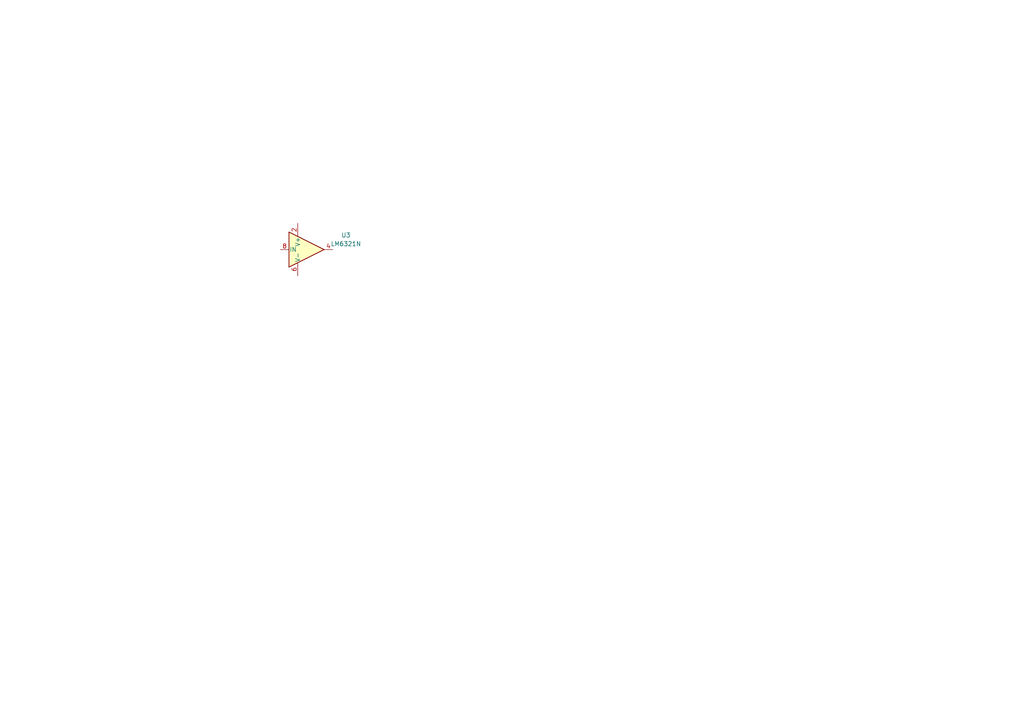
<source format=kicad_sch>
(kicad_sch (version 20230121) (generator eeschema)
  (paper "A4")
  (lib_symbols
    (symbol "Amplifier_Buffer:LM6321N" (pin_names (offset 0.127))
      (property "Reference" "U" (at 5.08 3.81 0))
      (property "Value" "LM6321N" (at 5.08 -3.81 0))
      (symbol "LM6321N_0_1"
        (polyline (pts (xy 5.08 0) (xy -5.08 5.08) (xy -5.08 -5.08) (xy 5.08 0)) (stroke (width 0.254)) (fill (type background)))
      )
      (symbol "LM6321N_1_1"
        (pin no_connect line (at -2.54 -2.54 90) (length 2.54) hide (name "NC") (number "1"))
        (pin power_in line (at -2.54 7.62 270) (length 3.81) (name "V+") (number "2"))
        (pin no_connect line (at 0 -2.54 90) (length 2.54) hide (name "NC") (number "3"))
        (pin output line (at 7.62 0 180) (length 2.54) (name "~") (number "4"))
        (pin no_connect line (at -2.54 2.54 270) (length 2.54) hide (name "NC") (number "5"))
        (pin power_in line (at -2.54 -7.62 90) (length 3.81) (name "V-") (number "6"))
        (pin no_connect line (at 0 2.54 270) (length 2.54) hide (name "NC") (number "7"))
        (pin input line (at -7.62 0 0) (length 2.54) (name "IN") (number "8"))
      )
    )
  )
  (symbol (lib_id "Amplifier_Buffer:LM6321N") (at 88.9 72.39 0) (unit 1)
    (property "Reference" "U3" (at 100.33 68.1991 0))
    (property "Value" "LM6321N" (at 100.33 70.7391 0))
    (property "Footprint" "Package_DIP:DIP-8_W7.62mm" (effects hide))
    (property "Datasheet" "http://www.electronica60norte.com/mwfls/pdf/LM6221.pdf" (effects hide))
  )
)
</source>
